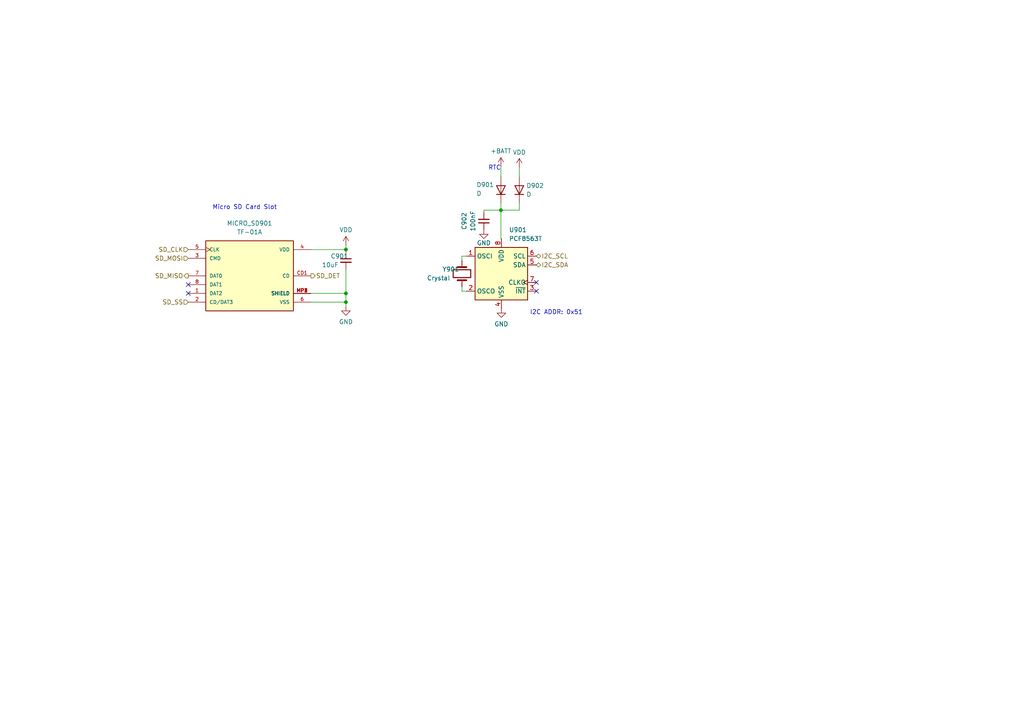
<source format=kicad_sch>
(kicad_sch (version 20231120) (generator "eeschema") (generator_version "8.0")
  (paper "A4")
  (lib_symbols
    (symbol "Device:C_Small" (pin_numbers hide) (pin_names (offset 0.254) hide)
      (property "Reference" "C" (at 0.254 1.778 0))
      (property "Value" "C_Small" (at 0.254 -2.032 0))
      (symbol "C_Small_0_1"
        (polyline (pts (xy -1.524 -0.508) (xy 1.524 -0.508)) (stroke (width 0.3302)))
        (polyline (pts (xy -1.524 0.508) (xy 1.524 0.508)) (stroke (width 0.3048)))
      )
      (symbol "C_Small_1_1"
        (pin passive line (at 0 2.54 270) (length 2.032) (name "~") (number "1"))
        (pin passive line (at 0 -2.54 90) (length 2.032) (name "~") (number "2"))
      )
    )
    (symbol "Device:Crystal" (pin_numbers hide) (pin_names (offset 1.016) hide)
      (property "Reference" "Y" (at 0 3.81 0))
      (property "Value" "Crystal" (at 0 -3.81 0))
      (symbol "Crystal_0_1"
        (rectangle (start -1.143 2.54) (end 1.143 -2.54) (stroke (width 0.3048)))
        (polyline (pts (xy -2.54 0) (xy -1.905 0)))
        (polyline (pts (xy -1.905 -1.27) (xy -1.905 1.27)) (stroke (width 0.508)))
        (polyline (pts (xy 1.905 -1.27) (xy 1.905 1.27)) (stroke (width 0.508)))
        (polyline (pts (xy 2.54 0) (xy 1.905 0)))
      )
      (symbol "Crystal_1_1"
        (pin passive line (at -3.81 0 0) (length 1.27) (name "1") (number "1"))
        (pin passive line (at 3.81 0 180) (length 1.27) (name "2") (number "2"))
      )
    )
    (symbol "Device:D" (pin_numbers hide) (pin_names (offset 1.016) hide)
      (property "Reference" "D" (at 0 2.54 0))
      (property "Value" "D" (at 0 -2.54 0))
      (symbol "D_0_1"
        (polyline (pts (xy -1.27 1.27) (xy -1.27 -1.27)) (stroke (width 0.254)))
        (polyline (pts (xy 1.27 0) (xy -1.27 0)))
        (polyline (pts (xy 1.27 1.27) (xy 1.27 -1.27) (xy -1.27 0) (xy 1.27 1.27)) (stroke (width 0.254)))
      )
      (symbol "D_1_1"
        (pin passive line (at -3.81 0 0) (length 2.54) (name "K") (number "1"))
        (pin passive line (at 3.81 0 180) (length 2.54) (name "A") (number "2"))
      )
    )
    (symbol "Timer_RTC:PCF8563T"
      (property "Reference" "U" (at -7.62 8.89 0))
      (property "Value" "PCF8563T" (at 2.54 8.89 0))
      (symbol "PCF8563T_0_1"
        (rectangle (start -7.62 7.62) (end 7.62 -7.62) (stroke (width 0.254)) (fill (type background)))
      )
      (symbol "PCF8563T_1_1"
        (pin input line (at -10.16 5.08 0) (length 2.54) (name "OSCI") (number "1"))
        (pin output line (at -10.16 -5.08 0) (length 2.54) (name "OSCO") (number "2"))
        (pin output line (at 10.16 -5.08 180) (length 2.54) (name "~{INT}") (number "3"))
        (pin power_in line (at 0 -10.16 90) (length 2.54) (name "VSS") (number "4"))
        (pin bidirectional line (at 10.16 2.54 180) (length 2.54) (name "SDA") (number "5"))
        (pin input line (at 10.16 5.08 180) (length 2.54) (name "SCL") (number "6"))
        (pin output clock (at 10.16 -2.54 180) (length 2.54) (name "CLKO") (number "7"))
        (pin power_in line (at 0 10.16 270) (length 2.54) (name "VDD") (number "8"))
      )
    )
    (symbol "VDD_1" (power) (pin_numbers hide) (pin_names (offset 0) hide)
      (property "Value" "VDD" (at 0 3.556 0))
      (symbol "VDD_1_0_1"
        (polyline (pts (xy -0.762 1.27) (xy 0 2.54)))
        (polyline (pts (xy 0 0) (xy 0 2.54)))
        (polyline (pts (xy 0 2.54) (xy 0.762 1.27)))
      )
      (symbol "VDD_1_1_1"
        (pin power_in line (at 0 0 90) (length 0) (name "~") (number "1"))
      )
    )
    (symbol "WOBCLibrary:TF-01A" (pin_names (offset 1.016))
      (property "Reference" "MICRO_SD" (at -12.7 10.795 0))
      (property "Value" "TF-01A" (at -12.7 -12.7 0))
      (symbol "TF-01A_0_0"
        (rectangle (start -12.7 -10.16) (end 12.7 10.16) (stroke (width 0.254)) (fill (type background)))
        (pin bidirectional line (at -17.78 -5.08 0) (length 5.08) (name "DAT2") (number "1"))
        (pin bidirectional line (at -17.78 -7.62 0) (length 5.08) (name "CD/DAT3") (number "2"))
        (pin bidirectional line (at -17.78 5.08 0) (length 5.08) (name "CMD") (number "3"))
        (pin power_in line (at 17.78 7.62 180) (length 5.08) (name "VDD") (number "4"))
        (pin bidirectional clock (at -17.78 7.62 0) (length 5.08) (name "CLK") (number "5"))
        (pin power_in line (at 17.78 -7.62 180) (length 5.08) (name "VSS") (number "6"))
        (pin bidirectional line (at -17.78 0 0) (length 5.08) (name "DAT0") (number "7"))
        (pin bidirectional line (at -17.78 -2.54 0) (length 5.08) (name "DAT1") (number "8"))
        (pin passive line (at 17.78 0 180) (length 5.08) (name "CD") (number "CD1"))
        (pin power_in line (at 17.78 -5.08 180) (length 5.08) (name "SHIELD") (number "MP1"))
        (pin power_in line (at 17.78 -5.08 180) (length 5.08) (name "SHIELD") (number "MP2"))
        (pin power_in line (at 17.78 -5.08 180) (length 5.08) (name "SHIELD") (number "MP3"))
        (pin power_in line (at 17.78 -5.08 180) (length 5.08) (name "SHIELD") (number "MP4"))
      )
    )
    (symbol "power:+BATT" (power) (pin_names (offset 0))
      (property "Value" "+BATT" (at 0 3.556 0))
      (symbol "+BATT_0_1"
        (polyline (pts (xy -0.762 1.27) (xy 0 2.54)))
        (polyline (pts (xy 0 0) (xy 0 2.54)))
        (polyline (pts (xy 0 2.54) (xy 0.762 1.27)))
      )
      (symbol "+BATT_1_1"
        (pin power_in line (at 0 0 90) (length 0) hide (name "+BATT") (number "1"))
      )
    )
    (symbol "power:GND" (power) (pin_names (offset 0))
      (property "Value" "GND" (at 0 -3.81 0))
      (symbol "GND_0_1"
        (polyline (pts (xy 0 0) (xy 0 -1.27) (xy 1.27 -1.27) (xy 0 -2.54) (xy -1.27 -1.27) (xy 0 -1.27)))
      )
      (symbol "GND_1_1"
        (pin power_in line (at 0 0 270) (length 0) hide (name "GND") (number "1"))
      )
    )
    (symbol "power:VDD" (power) (pin_names (offset 0))
      (property "Value" "VDD" (at 0 3.81 0))
      (symbol "VDD_0_1"
        (polyline (pts (xy -0.762 1.27) (xy 0 2.54)))
        (polyline (pts (xy 0 0) (xy 0 2.54)))
        (polyline (pts (xy 0 2.54) (xy 0.762 1.27)))
      )
      (symbol "VDD_1_1"
        (pin power_in line (at 0 0 90) (length 0) hide (name "VDD") (number "1"))
      )
    )
  )
  (junction (at 100.33 72.39))
  (junction (at 145.288 60.96))
  (junction (at 100.33 85.09))
  (junction (at 100.33 87.63))
  (no_connect (at 54.61 85.09))
  (no_connect (at 54.61 82.55))
  (no_connect (at 155.575 84.455))
  (no_connect (at 155.575 81.915))
  (wire (pts (xy 145.288 48.26) (xy 145.288 51.308)))
  (wire (pts (xy 100.33 85.09) (xy 100.33 87.63)))
  (wire (pts (xy 150.622 58.928) (xy 150.622 60.96)))
  (wire (pts (xy 140.335 60.96) (xy 145.288 60.96)))
  (wire (pts (xy 133.985 75.565) (xy 133.985 74.295)))
  (wire (pts (xy 100.33 87.63) (xy 100.33 88.9)))
  (wire (pts (xy 145.288 60.96) (xy 150.622 60.96)))
  (wire (pts (xy 150.622 48.514) (xy 150.622 51.308)))
  (wire (pts (xy 90.17 85.09) (xy 100.33 85.09)))
  (wire (pts (xy 100.33 78.105) (xy 100.33 85.09)))
  (wire (pts (xy 140.335 61.595) (xy 140.335 60.96)))
  (wire (pts (xy 90.17 72.39) (xy 100.33 72.39)))
  (wire (pts (xy 145.288 58.928) (xy 145.288 60.96)))
  (wire (pts (xy 100.33 71.12) (xy 100.33 72.39)))
  (wire (pts (xy 145.288 60.96) (xy 145.288 69.215)))
  (wire (pts (xy 133.985 74.295) (xy 135.255 74.295)))
  (wire (pts (xy 133.985 83.185) (xy 133.985 84.455)))
  (wire (pts (xy 145.288 69.215) (xy 145.415 69.215)))
  (wire (pts (xy 100.33 72.39) (xy 100.33 73.025)))
  (wire (pts (xy 90.17 87.63) (xy 100.33 87.63)))
  (wire (pts (xy 133.985 84.455) (xy 135.255 84.455)))
  (text "RTC" (at 141.605 49.53 0) (effects (font (size 1.27 1.27)) (justify left bottom)))
  (text "Micro SD Card Slot" (at 61.595 60.96 0) (effects (font (size 1.27 1.27)) (justify left bottom)))
  (text "I2C ADDR: 0x51" (at 153.67 91.44 0) (effects (font (size 1.27 1.27)) (justify left bottom)))
  (hierarchical_label "SD_MISO" (shape output) (at 54.61 80.01 180))
  (hierarchical_label "I2C_SCL" (shape bidirectional) (at 155.575 74.295 0))
  (hierarchical_label "I2C_SDA" (shape bidirectional) (at 155.575 76.835 0))
  (hierarchical_label "SD_CLK" (shape input) (at 54.61 72.39 180))
  (hierarchical_label "SD_SS" (shape input) (at 54.61 87.63 180))
  (hierarchical_label "SD_MOSI" (shape input) (at 54.61 74.93 180))
  (hierarchical_label "SD_DET" (shape output) (at 90.17 80.01 0))
  (symbol (lib_id "Device:D") (at 145.288 55.118 90) (unit 1)
    (property "Reference" "D901" (at 138.176 53.594 90) (effects (justify right)))
    (property "Value" "D" (at 138.176 56.134 90) (effects (justify right)))
    (property "Footprint" "Diode_SMD:D_SOD-323" (effects (hide yes)))
    (property "Description" "Diode" (effects (hide yes)))
    (property "Sim.Device" "D" (effects (hide yes)))
    (property "Sim.Pins" "1=K 2=A" (effects (hide yes)))
    (property "LCSC" "C191023" (effects (hide yes)))
  )
  (symbol (lib_id "power:GND") (at 140.335 66.675 0) (unit 1)
    (property "Reference" "#PWR0903" (effects (hide yes)))
    (property "Value" "GND" (at 140.335 70.485 0))
  )
  (symbol (lib_id "power:VDD") (at 100.33 71.12 0) (unit 1)
    (property "Reference" "#PWR0901" (effects (hide yes)))
    (property "Value" "VDD" (at 100.33 66.675 0))
  )
  (symbol (lib_id "Device:C_Small") (at 140.335 64.135 180) (unit 1)
    (property "Reference" "C902" (at 134.62 64.135 90))
    (property "Value" "100nF" (at 137.16 64.135 90))
    (property "Footprint" "Capacitor_SMD:C_0402_1005Metric" (effects (hide yes)))
    (property "LCSC" "C1525" (effects (hide yes)))
  )
  (symbol (lib_id "Device:C_Small") (at 100.33 75.565 0) (unit 1)
    (property "Reference" "C901" (at 95.885 74.295 0) (effects (justify left)))
    (property "Value" "10uF" (at 93.345 76.835 0) (effects (justify left)))
    (property "Footprint" "Capacitor_SMD:C_0603_1608Metric" (effects (hide yes)))
    (property "LCSC" "C96446" (effects (hide yes)))
  )
  (symbol (lib_id "Timer_RTC:PCF8563T") (at 145.415 79.375 0) (unit 1)
    (property "Reference" "U901" (at 147.6091 66.675 0) (effects (justify left)))
    (property "Value" "PCF8563T" (at 147.6091 69.215 0) (effects (justify left)))
    (property "Footprint" "Package_SO:SOIC-8_3.9x4.9mm_P1.27mm" (effects (hide yes)))
    (property "Datasheet" "https://www.nxp.com/docs/en/data-sheet/PCF8563.pdf" (effects (hide yes)))
    (property "LCSC" "C7440" (effects (hide yes)))
  )
  (symbol (lib_id "Device:D") (at 150.622 55.118 90) (unit 1)
    (property "Reference" "D902" (at 152.654 53.8479 90) (effects (justify right)))
    (property "Value" "D" (at 152.654 56.3879 90) (effects (justify right)))
    (property "Footprint" "Diode_SMD:D_SOD-323" (effects (hide yes)))
    (property "Description" "Diode" (effects (hide yes)))
    (property "Sim.Device" "D" (effects (hide yes)))
    (property "Sim.Pins" "1=K 2=A" (effects (hide yes)))
    (property "LCSC" "C191023" (effects (hide yes)))
  )
  (symbol (lib_id "Device:Crystal") (at 133.985 79.375 270) (unit 1)
    (property "Reference" "Y901" (at 128.27 78.105 90) (effects (justify left)))
    (property "Value" "Crystal" (at 123.825 80.645 90) (effects (justify left)))
    (property "Footprint" "Crystal:Crystal_SMD_3215-2Pin_3.2x1.5mm" (effects (hide yes)))
    (property "LCSC" "C32346" (effects (hide yes)))
  )
  (symbol (lib_id "power:GND") (at 145.415 89.535 0) (unit 1)
    (property "Reference" "#PWR0905" (effects (hide yes)))
    (property "Value" "GND" (at 145.415 93.98 0))
  )
  (symbol (lib_id "WOBCLibrary:TF-01A") (at 72.39 80.01 0) (unit 1)
    (property "Reference" "MICRO_SD901" (at 72.39 64.77 0))
    (property "Value" "TF-01A" (at 72.39 67.31 0))
    (property "Footprint" "WOBCLibrary:TF-01A" (effects (hide yes)))
    (property "Description" "Standard Card Edge Connectors" (effects (hide yes)))
    (property "MF" "HRO Electronics Co., Ltd." (effects (hide yes)))
    (property "Package" "Package" (effects (hide yes)))
    (property "Price" "None" (effects (hide yes)))
    (property "SnapEDA_Link" "https://www.snapeda.com/parts/TF-01A/HRO+Electronics+Co.%252C+Ltd./view-part/?ref=snap" (effects (hide yes)))
    (property "MP" "TF-01A" (effects (hide yes)))
    (property "Availability" "Not in stock" (effects (hide yes)))
    (property "Check_prices" "https://www.snapeda.com/parts/TF-01A/HRO+Electronics+Co.%252C+Ltd./view-part/?ref=eda" (effects (hide yes)))
    (property "LCSC" "C5155563" (effects (hide yes)))
  )
  (symbol (lib_id "power:+BATT") (at 145.288 48.26 0) (unit 1)
    (property "Reference" "#PWR0904" (effects (hide yes)))
    (property "Value" "+BATT" (at 145.288 43.815 0))
  )
  (symbol (lib_id "power:GND") (at 100.33 88.9 0) (unit 1)
    (property "Reference" "#PWR0902" (effects (hide yes)))
    (property "Value" "GND" (at 100.33 93.345 0))
  )
  (symbol (lib_name "VDD_1") (lib_id "power:VDD") (at 150.622 48.514 0) (unit 1)
    (property "Reference" "#PWR0906" (effects (hide yes)))
    (property "Value" "VDD" (at 150.622 44.196 0))
    (property "Description" "Power symbol creates a global label with name \"VDD\"" (effects (hide yes)))
  )
)
</source>
